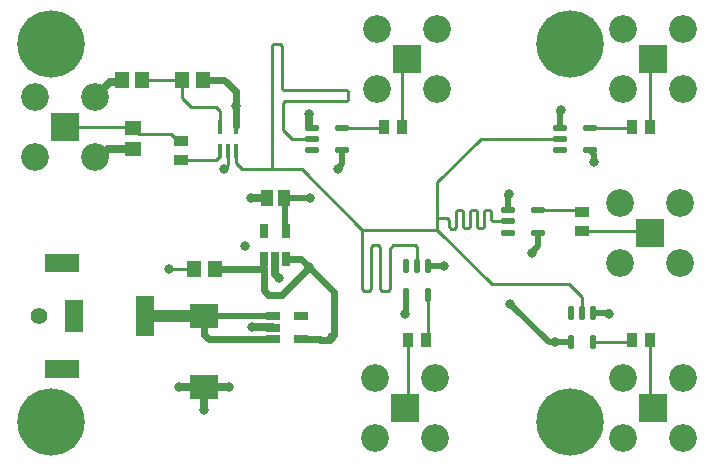
<source format=gbl>
G04*
G04 #@! TF.GenerationSoftware,Altium Limited,Altium Designer,24.1.2 (44)*
G04*
G04 Layer_Physical_Order=2*
G04 Layer_Color=16711680*
%FSLAX44Y44*%
%MOMM*%
G71*
G04*
G04 #@! TF.SameCoordinates,4DB1EA52-69EA-4262-BFD2-8653D691B8C7*
G04*
G04*
G04 #@! TF.FilePolarity,Positive*
G04*
G01*
G75*
%ADD13C,0.2540*%
%ADD16R,1.0546X1.3562*%
%ADD19R,2.3400X2.3400*%
%ADD20C,2.3400*%
%ADD21R,2.3400X2.3400*%
%ADD27C,0.6350*%
%ADD28C,0.6250*%
%ADD29C,0.5000*%
%ADD30C,5.7000*%
%ADD31R,3.0000X1.5000*%
%ADD32C,1.4000*%
%ADD33R,1.5000X3.5000*%
%ADD34R,1.5000X2.8000*%
%ADD35C,0.8000*%
G04:AMPARAMS|DCode=36|XSize=1.22mm|YSize=0.5mm|CornerRadius=0.0625mm|HoleSize=0mm|Usage=FLASHONLY|Rotation=0.000|XOffset=0mm|YOffset=0mm|HoleType=Round|Shape=RoundedRectangle|*
%AMROUNDEDRECTD36*
21,1,1.2200,0.3750,0,0,0.0*
21,1,1.0950,0.5000,0,0,0.0*
1,1,0.1250,0.5475,-0.1875*
1,1,0.1250,-0.5475,-0.1875*
1,1,0.1250,-0.5475,0.1875*
1,1,0.1250,0.5475,0.1875*
%
%ADD36ROUNDEDRECTD36*%
%ADD37R,0.3500X1.1500*%
%ADD38R,0.9061X1.3098*%
%ADD39R,1.4500X1.1500*%
G04:AMPARAMS|DCode=40|XSize=1.22mm|YSize=0.5mm|CornerRadius=0.0625mm|HoleSize=0mm|Usage=FLASHONLY|Rotation=270.000|XOffset=0mm|YOffset=0mm|HoleType=Round|Shape=RoundedRectangle|*
%AMROUNDEDRECTD40*
21,1,1.2200,0.3750,0,0,270.0*
21,1,1.0950,0.5000,0,0,270.0*
1,1,0.1250,-0.1875,-0.5475*
1,1,0.1250,-0.1875,0.5475*
1,1,0.1250,0.1875,0.5475*
1,1,0.1250,0.1875,-0.5475*
%
%ADD40ROUNDEDRECTD40*%
%ADD41R,1.3098X0.9061*%
%ADD42R,2.3300X1.9900*%
%ADD43R,0.7000X1.3000*%
%ADD44R,1.3000X0.7000*%
%ADD45R,1.1500X1.4500*%
%ADD46C,1.0000*%
D13*
X176802Y244254D02*
X180000Y247452D01*
Y259750D01*
X403512Y147000D02*
X469000D01*
X347761Y100000D02*
X349500Y101739D01*
Y137550D01*
X519789Y97550D02*
X522239Y100000D01*
X489500Y97550D02*
X519789D01*
X478261Y209500D02*
X480000Y207761D01*
X442450Y209500D02*
X478261D01*
X521739Y279500D02*
X522239Y280000D01*
X486450Y279500D02*
X521739D01*
X311739D02*
X312239Y280000D01*
X276450Y279500D02*
X311739D01*
X327761Y333551D02*
X331910Y337700D01*
X327761Y280000D02*
Y333551D01*
X537761Y335461D02*
X540000Y337700D01*
X537761Y280000D02*
Y335461D01*
X535461Y192239D02*
X537700Y190000D01*
X480000Y192239D02*
X535461D01*
X537761Y44539D02*
X540000Y42300D01*
X537761Y44539D02*
Y100000D01*
X330000Y42300D02*
X332239Y44539D01*
Y100000D01*
X218488Y350000D02*
X224512D01*
X217000Y348512D02*
X218488Y350000D01*
X226000Y312488D02*
Y348512D01*
X217000Y244000D02*
Y348512D01*
X224512Y350000D02*
X226000Y348512D01*
Y312488D02*
X227488Y311000D01*
X280512D01*
X282000Y303488D02*
Y309512D01*
X280512Y311000D02*
X282000Y309512D01*
X217000Y244000D02*
X243000D01*
X192000D02*
X217000D01*
X227000Y277000D02*
Y300512D01*
X280512Y302000D02*
X282000Y303488D01*
X227000Y300512D02*
X228488Y302000D01*
X280512D01*
X234000Y270000D02*
X251550D01*
X227000Y277000D02*
X234000Y270000D01*
X299512Y141000D02*
X301000Y142488D01*
Y178512D01*
X294000Y142488D02*
X295488Y141000D01*
X294000Y142488D02*
Y193000D01*
X295488Y141000D02*
X299512D01*
X309000Y142488D02*
Y178512D01*
X310488Y141000D02*
X315512D01*
X317000Y142488D01*
Y177000D01*
X309000Y142488D02*
X310488Y141000D01*
X302488Y180000D02*
X307512D01*
X301000Y178512D02*
X302488Y180000D01*
X307512D02*
X309000Y178512D01*
X317000Y177000D02*
X320000Y180000D01*
X338512D01*
X340000Y162450D02*
Y178512D01*
X338512Y180000D02*
X340000Y178512D01*
X357512Y203000D02*
Y233512D01*
X367000Y195826D02*
Y201512D01*
X365512Y203000D02*
X367000Y201512D01*
X357512Y193000D02*
Y203000D01*
X365512D01*
X367000Y195826D02*
X368862Y193964D01*
X371512D02*
X373000Y195452D01*
Y208512D01*
X368862Y193964D02*
X371512D01*
X373000Y208512D02*
X374488Y210000D01*
X377512D01*
X379000Y208512D01*
Y195488D02*
X380488Y194000D01*
X379000Y195488D02*
Y208512D01*
X380488Y194000D02*
X383512D01*
X385000Y195488D01*
Y208512D01*
X386488Y210000D01*
X389512D01*
X392488Y194000D02*
X395512D01*
X391000Y195488D02*
Y208512D01*
X389512Y210000D02*
X391000Y208512D01*
Y195488D02*
X392488Y194000D01*
X395512D02*
X397000Y195488D01*
Y208512D02*
X398488Y210000D01*
X397000Y195488D02*
Y208512D01*
X398488Y210000D02*
X401512D01*
X404488Y200000D02*
X417550D01*
X403000Y201488D02*
Y208512D01*
X401512Y210000D02*
X403000Y208512D01*
Y201488D02*
X404488Y200000D01*
X394000Y270000D02*
X461550D01*
X357512Y233512D02*
X394000Y270000D01*
X357512Y193000D02*
X403512Y147000D01*
X186500Y249500D02*
X192000Y244000D01*
X186500Y249500D02*
Y259750D01*
X294000Y193000D02*
X357512D01*
X243000Y244000D02*
X294000Y193000D01*
X480000Y122450D02*
Y136000D01*
X469000Y147000D02*
X480000Y136000D01*
X173500Y280250D02*
Y293500D01*
X170000Y297000D02*
X173500Y293500D01*
X149000Y297000D02*
X170000D01*
X141250Y304750D02*
X149000Y297000D01*
X141250Y304750D02*
Y320000D01*
X107500D02*
X141250D01*
X169989Y252239D02*
X173500Y255750D01*
X140000Y252239D02*
X169989D01*
X173500Y255750D02*
Y259750D01*
X104480Y274270D02*
X131472D01*
X137981Y267761D02*
X140000D01*
X100000Y278750D02*
X104480Y274270D01*
X131472D02*
X137981Y267761D01*
X98750Y280000D02*
X100000Y278750D01*
X42300Y280000D02*
X98750D01*
X130000Y160000D02*
X151250D01*
D16*
X212742Y220000D02*
D03*
X227258D02*
D03*
D19*
X540000Y42300D02*
D03*
Y337700D02*
D03*
X330000Y42300D02*
D03*
X331910Y337700D02*
D03*
D20*
X514600Y16900D02*
D03*
Y67700D02*
D03*
X565400Y16900D02*
D03*
Y67700D02*
D03*
X563100Y164600D02*
D03*
X512300D02*
D03*
X563100Y215400D02*
D03*
X512300D02*
D03*
X565400Y363100D02*
D03*
Y312300D02*
D03*
X514600Y363100D02*
D03*
Y312300D02*
D03*
X304600Y16900D02*
D03*
Y67700D02*
D03*
X355400Y16900D02*
D03*
Y67700D02*
D03*
X357310Y363100D02*
D03*
Y312300D02*
D03*
X306510Y363100D02*
D03*
Y312300D02*
D03*
X67700Y254600D02*
D03*
X16900D02*
D03*
X67700Y305400D02*
D03*
X16900D02*
D03*
D21*
X537700Y190000D02*
D03*
X42300Y280000D02*
D03*
D27*
X200000Y220000D02*
X212742D01*
X72314Y254600D02*
X78964Y261250D01*
X100000D01*
X67700Y254600D02*
X72314D01*
X67700Y305400D02*
X67700D01*
X87895Y317895D02*
X90000Y320000D01*
X80195Y317895D02*
X87895D01*
X67700Y305400D02*
X80195Y317895D01*
X461550Y293550D02*
X462000Y294000D01*
X362775Y162225D02*
X363000Y162000D01*
X502550Y122450D02*
X503000Y122000D01*
X418000Y222554D02*
Y223000D01*
X417550Y222104D02*
X418000Y222554D01*
X248992Y282058D02*
Y290862D01*
X220000Y155434D02*
X223129Y152305D01*
X220000Y155434D02*
Y168000D01*
X200363Y110250D02*
X217750D01*
X218000Y110000D01*
X200113Y110500D02*
X200363Y110250D01*
X139000Y60000D02*
X139100Y59900D01*
X160000D01*
X181100D02*
X181223Y60023D01*
X160000Y59900D02*
X181100D01*
X159694Y40491D02*
X160000Y40797D01*
Y59900D01*
D28*
X214161Y138000D02*
X226040D01*
X249020Y160980D01*
X210500Y141661D02*
Y160831D01*
Y141661D02*
X214161Y138000D01*
X160000Y104161D02*
Y120100D01*
X163661Y100500D02*
X218000D01*
X160000Y104161D02*
X163661Y100500D01*
X187000Y298000D02*
Y310000D01*
Y280750D02*
Y298000D01*
X158750Y320000D02*
X177000D01*
X187000Y310000D01*
X209669Y160000D02*
X210500Y160831D01*
X168750Y160000D02*
X209669D01*
X249020Y160980D02*
X270000Y140000D01*
X242000Y168000D02*
X249020Y160980D01*
X268169Y101831D02*
X270000Y103661D01*
X266339Y100000D02*
X268169Y101831D01*
X242000Y100500D02*
X242375Y100125D01*
X257875D02*
X258000Y100000D01*
X270000Y103661D02*
Y140000D01*
X242375Y100125D02*
X257875D01*
X258000Y100000D02*
X266339D01*
X229500Y168000D02*
X242000D01*
X159900Y120000D02*
X160000Y120100D01*
D29*
X490000Y250000D02*
Y256950D01*
X486450Y260500D02*
X490000Y256950D01*
X461550Y279500D02*
Y293550D01*
X349500Y162225D02*
X362775D01*
X489500Y122450D02*
X502550D01*
X417550Y209500D02*
Y222104D01*
X217400Y120100D02*
X218000Y119500D01*
X160000Y120100D02*
X217400D01*
X456740Y97550D02*
X470500D01*
X451596D02*
X456740D01*
X419153Y129993D02*
X451596Y97550D01*
X437258Y174070D02*
X442450Y179262D01*
Y190500D01*
X437258Y173258D02*
Y174070D01*
X330139Y121925D02*
X330500Y122286D01*
Y137550D01*
X276450Y248262D02*
Y260500D01*
X273000Y244812D02*
X276450Y248262D01*
X273000Y244000D02*
Y244812D01*
X249769Y220000D02*
X249839Y219930D01*
X227258Y220000D02*
X249769D01*
X228500Y193000D02*
Y218758D01*
Y193000D02*
X229500Y192000D01*
X227258Y220000D02*
X228500Y218758D01*
D30*
X30000Y350000D02*
D03*
X470000Y30000D02*
D03*
Y350000D02*
D03*
X30000Y30000D02*
D03*
D31*
X40000Y165000D02*
D03*
Y75000D02*
D03*
D32*
X20000Y120000D02*
D03*
D33*
X110000D02*
D03*
D34*
X50000D02*
D03*
D35*
X200000Y220000D02*
D03*
X194731Y179407D02*
D03*
X490000Y250000D02*
D03*
X176802Y244254D02*
D03*
X462000Y294000D02*
D03*
X363000Y162000D02*
D03*
X503000Y122000D02*
D03*
X418000Y223000D02*
D03*
X248992Y290862D02*
D03*
X223129Y152305D02*
D03*
X200113Y110500D02*
D03*
X139000Y60000D02*
D03*
X181223Y60023D02*
D03*
X159694Y40491D02*
D03*
X456740Y97550D02*
D03*
X419153Y129993D02*
D03*
X437258Y173258D02*
D03*
X330139Y121925D02*
D03*
X273000Y244000D02*
D03*
X249839Y219930D02*
D03*
X187000Y298000D02*
D03*
X130000Y160000D02*
D03*
X249020Y160980D02*
D03*
X268169Y101831D02*
D03*
D36*
X442450Y190500D02*
D03*
Y209500D02*
D03*
X417550D02*
D03*
Y200000D02*
D03*
Y190500D02*
D03*
X276450Y260500D02*
D03*
Y279500D02*
D03*
X251550D02*
D03*
Y270000D02*
D03*
Y260500D02*
D03*
X486450D02*
D03*
Y279500D02*
D03*
X461550D02*
D03*
Y270000D02*
D03*
Y260500D02*
D03*
D37*
X186500Y259750D02*
D03*
X180000D02*
D03*
X173500D02*
D03*
Y280250D02*
D03*
X186500D02*
D03*
D38*
X312239Y280000D02*
D03*
X327761D02*
D03*
X537761Y100000D02*
D03*
X522239D02*
D03*
X537761Y280000D02*
D03*
X522239D02*
D03*
X332239Y100000D02*
D03*
X347761D02*
D03*
D39*
X100000Y278750D02*
D03*
Y261250D02*
D03*
D40*
X330500Y137550D02*
D03*
X349500D02*
D03*
Y162450D02*
D03*
X340000D02*
D03*
X330500D02*
D03*
X470500Y97550D02*
D03*
X489500D02*
D03*
Y122450D02*
D03*
X480000D02*
D03*
X470500D02*
D03*
D41*
X480000Y192239D02*
D03*
Y207761D02*
D03*
X140000Y252239D02*
D03*
Y267761D02*
D03*
D42*
X160000Y120100D02*
D03*
Y59900D02*
D03*
D43*
X229500Y168000D02*
D03*
X220000D02*
D03*
X210500D02*
D03*
Y192000D02*
D03*
X229500D02*
D03*
D44*
X218000Y100500D02*
D03*
Y110000D02*
D03*
Y119500D02*
D03*
X242000D02*
D03*
Y100500D02*
D03*
D45*
X141250Y320000D02*
D03*
X158750D02*
D03*
X90000D02*
D03*
X107500D02*
D03*
X151250Y160000D02*
D03*
X168750D02*
D03*
D46*
X110000Y120000D02*
X159900D01*
M02*

</source>
